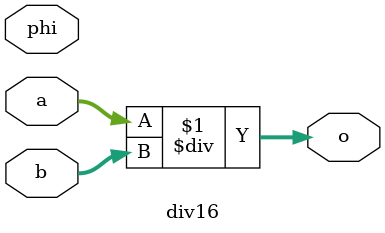
<source format=v>
module adder32(phi, a, b, o);
  input phi;
  input [31:0] a;
  input [31:0] b;
  output [31:0] o;

  assign o = a + b;
endmodule

module mult32(phi, a, b, o);
  input phi;
  input [31:0] a;
  input [31:0] b;
  output [31:0] o;

  assign o = a * b;
endmodule

module div32(phi, a, b, o);
  input phi;
  input [31:0] a;
  input [31:0] b;
  output [31:0] o;

  assign o = a / b;
endmodule

module adder16(phi, a, b, o);
  input phi;
  input [15:0] a;
  input [15:0] b;
  output [15:0] o;

  assign o = a + b;
endmodule

module mult16(phi, a, b, o);
  input phi;
  input [15:0] a;
  input [15:0] b;
  output [15:0] o;

  assign o = a * b;
endmodule

module div16(phi, a, b, o);
  input phi;
  input [15:0] a;
  input [15:0] b;
  output [15:0] o;

  assign o = a / b;
endmodule

</source>
